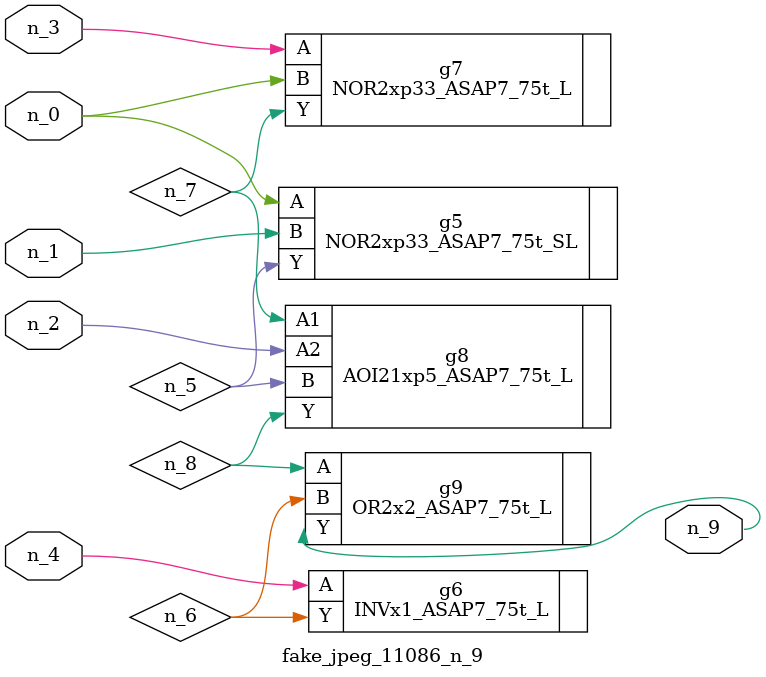
<source format=v>
module fake_jpeg_11086_n_9 (n_3, n_2, n_1, n_0, n_4, n_9);

input n_3;
input n_2;
input n_1;
input n_0;
input n_4;

output n_9;

wire n_8;
wire n_6;
wire n_5;
wire n_7;

NOR2xp33_ASAP7_75t_SL g5 ( 
.A(n_0),
.B(n_1),
.Y(n_5)
);

INVx1_ASAP7_75t_L g6 ( 
.A(n_4),
.Y(n_6)
);

NOR2xp33_ASAP7_75t_L g7 ( 
.A(n_3),
.B(n_0),
.Y(n_7)
);

AOI21xp5_ASAP7_75t_L g8 ( 
.A1(n_7),
.A2(n_2),
.B(n_5),
.Y(n_8)
);

OR2x2_ASAP7_75t_L g9 ( 
.A(n_8),
.B(n_6),
.Y(n_9)
);


endmodule
</source>
